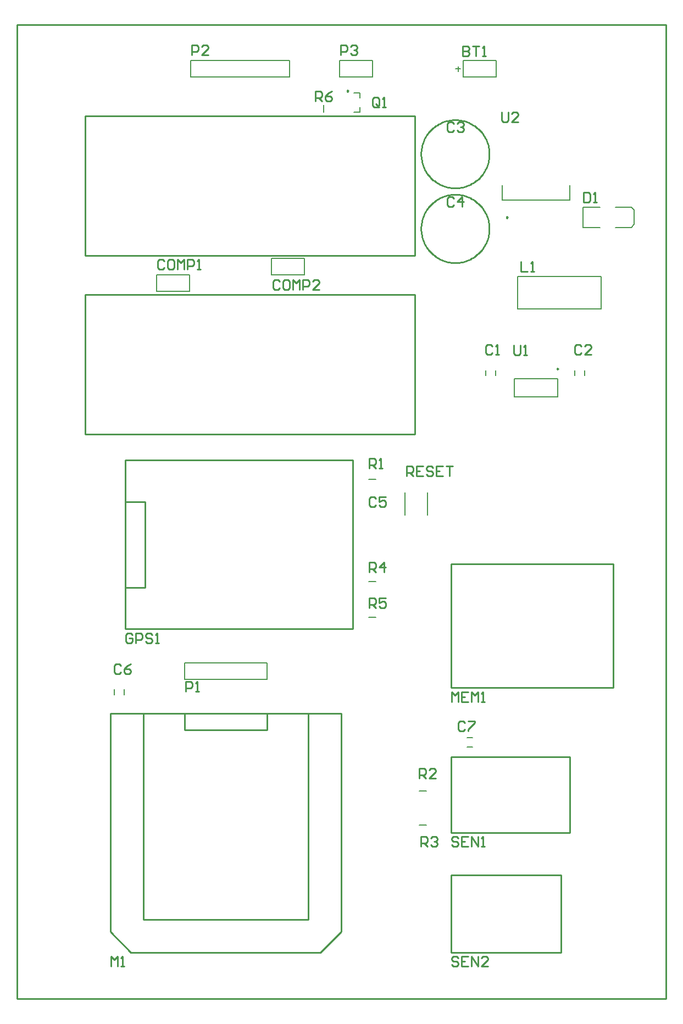
<source format=gto>
G04*
G04 #@! TF.GenerationSoftware,Altium Limited,Altium Designer,18.1.7 (191)*
G04*
G04 Layer_Color=65535*
%FSLAX25Y25*%
%MOIN*%
G70*
G01*
G75*
%ADD10C,0.00984*%
%ADD11C,0.00787*%
%ADD12C,0.01000*%
%ADD13C,0.00591*%
D10*
X201122Y550591D02*
X200384Y551017D01*
Y550164D01*
X201122Y550591D01*
X328445Y381988D02*
X327707Y382415D01*
Y381562D01*
X328445Y381988D01*
X286417Y512303D02*
X286393Y513302D01*
X286321Y514298D01*
X286200Y515290D01*
X286032Y516274D01*
X285817Y517250D01*
X285554Y518213D01*
X285246Y519163D01*
X284891Y520097D01*
X284492Y521013D01*
X284050Y521909D01*
X283564Y522782D01*
X283037Y523630D01*
X282470Y524452D01*
X281863Y525246D01*
X281219Y526009D01*
X280539Y526741D01*
X279824Y527439D01*
X279076Y528101D01*
X278298Y528726D01*
X277489Y529314D01*
X276654Y529861D01*
X275793Y530367D01*
X274908Y530832D01*
X274003Y531253D01*
X273077Y531629D01*
X272135Y531961D01*
X271178Y532246D01*
X270208Y532485D01*
X269228Y532677D01*
X268239Y532822D01*
X267245Y532918D01*
X266247Y532966D01*
X265248D01*
X264251Y532918D01*
X263257Y532822D01*
X262268Y532677D01*
X261288Y532485D01*
X260318Y532246D01*
X259361Y531961D01*
X258418Y531629D01*
X257493Y531253D01*
X256588Y530832D01*
X255703Y530367D01*
X254842Y529861D01*
X254007Y529314D01*
X253198Y528726D01*
X252419Y528101D01*
X251672Y527439D01*
X250957Y526741D01*
X250277Y526009D01*
X249633Y525246D01*
X249026Y524452D01*
X248459Y523630D01*
X247932Y522782D01*
X247446Y521909D01*
X247004Y521013D01*
X246605Y520097D01*
X246250Y519163D01*
X245942Y518213D01*
X245679Y517250D01*
X245464Y516274D01*
X245296Y515290D01*
X245175Y514298D01*
X245103Y513302D01*
X245079Y512303D01*
X245103Y511305D01*
X245175Y510308D01*
X245296Y509317D01*
X245464Y508332D01*
X245679Y507357D01*
X245942Y506393D01*
X246250Y505443D01*
X246605Y504509D01*
X247004Y503593D01*
X247446Y502698D01*
X247932Y501825D01*
X248459Y500976D01*
X249026Y500154D01*
X249633Y499360D01*
X250277Y498597D01*
X250957Y497865D01*
X251672Y497168D01*
X252419Y496505D01*
X253198Y495880D01*
X254006Y495293D01*
X254842Y494745D01*
X255703Y494239D01*
X256588Y493775D01*
X257493Y493354D01*
X258418Y492977D01*
X259361Y492646D01*
X260318Y492360D01*
X261288Y492121D01*
X262268Y491929D01*
X263257Y491784D01*
X264251Y491688D01*
X265248Y491640D01*
X266247Y491640D01*
X267245Y491688D01*
X268239Y491784D01*
X269228Y491929D01*
X270208Y492121D01*
X271178Y492360D01*
X272135Y492645D01*
X273077Y492977D01*
X274003Y493354D01*
X274908Y493775D01*
X275793Y494239D01*
X276654Y494745D01*
X277489Y495293D01*
X278297Y495880D01*
X279076Y496505D01*
X279824Y497168D01*
X280539Y497865D01*
X281219Y498597D01*
X281863Y499360D01*
X282470Y500154D01*
X283037Y500976D01*
X283564Y501825D01*
X284050Y502698D01*
X284492Y503593D01*
X284891Y504509D01*
X285245Y505443D01*
X285554Y506393D01*
X285817Y507357D01*
X286032Y508332D01*
X286200Y509316D01*
X286321Y510308D01*
X286393Y511304D01*
X286417Y512303D01*
X286417Y467028D02*
X286393Y468026D01*
X286321Y469022D01*
X286200Y470014D01*
X286032Y470999D01*
X285817Y471974D01*
X285554Y472938D01*
X285246Y473888D01*
X284891Y474822D01*
X284492Y475738D01*
X284050Y476633D01*
X283564Y477506D01*
X283037Y478355D01*
X282470Y479177D01*
X281863Y479970D01*
X281219Y480734D01*
X280539Y481465D01*
X279824Y482163D01*
X279076Y482825D01*
X278298Y483451D01*
X277489Y484038D01*
X276654Y484585D01*
X275793Y485092D01*
X274908Y485556D01*
X274003Y485977D01*
X273077Y486354D01*
X272135Y486685D01*
X271178Y486971D01*
X270208Y487210D01*
X269228Y487402D01*
X268239Y487546D01*
X267245Y487642D01*
X266247Y487691D01*
X265248D01*
X264251Y487642D01*
X263257Y487546D01*
X262268Y487402D01*
X261288Y487210D01*
X260318Y486971D01*
X259361Y486685D01*
X258418Y486354D01*
X257493Y485977D01*
X256588Y485556D01*
X255703Y485092D01*
X254842Y484585D01*
X254006Y484038D01*
X253198Y483451D01*
X252419Y482825D01*
X251672Y482163D01*
X250957Y481465D01*
X250277Y480734D01*
X249633Y479970D01*
X249026Y479177D01*
X248459Y478355D01*
X247932Y477506D01*
X247446Y476633D01*
X247004Y475738D01*
X246605Y474822D01*
X246250Y473888D01*
X245942Y472938D01*
X245679Y471974D01*
X245464Y470999D01*
X245296Y470014D01*
X245175Y469022D01*
X245103Y468026D01*
X245079Y467028D01*
X245103Y466029D01*
X245175Y465033D01*
X245296Y464041D01*
X245464Y463056D01*
X245679Y462081D01*
X245942Y461117D01*
X246250Y460167D01*
X246605Y459233D01*
X247004Y458318D01*
X247446Y457422D01*
X247932Y456549D01*
X248459Y455700D01*
X249026Y454878D01*
X249633Y454085D01*
X250277Y453321D01*
X250957Y452590D01*
X251672Y451892D01*
X252419Y451230D01*
X253198Y450604D01*
X254006Y450017D01*
X254842Y449470D01*
X255703Y448963D01*
X256588Y448499D01*
X257493Y448078D01*
X258418Y447701D01*
X259361Y447370D01*
X260318Y447084D01*
X261288Y446845D01*
X262268Y446653D01*
X263257Y446509D01*
X264251Y446413D01*
X265248Y446364D01*
X266247Y446364D01*
X267245Y446413D01*
X268239Y446509D01*
X269228Y446653D01*
X270208Y446845D01*
X271178Y447084D01*
X272135Y447370D01*
X273077Y447701D01*
X274003Y448078D01*
X274908Y448499D01*
X275793Y448963D01*
X276654Y449470D01*
X277489Y450017D01*
X278297Y450604D01*
X279076Y451230D01*
X279824Y451892D01*
X280539Y452590D01*
X281219Y453321D01*
X281863Y454085D01*
X282470Y454878D01*
X283037Y455700D01*
X283564Y456549D01*
X284050Y457422D01*
X284492Y458317D01*
X284891Y459233D01*
X285245Y460167D01*
X285554Y461117D01*
X285817Y462081D01*
X286032Y463056D01*
X286200Y464041D01*
X286321Y465032D01*
X286393Y466029D01*
X286417Y467027D01*
X297638Y473917D02*
X296900Y474344D01*
Y473491D01*
X297638Y473917D01*
D11*
X354346Y428312D02*
Y438155D01*
X303528D02*
X354346D01*
X303528Y418470D02*
Y438155D01*
X304528Y418470D02*
X353346D01*
X354346D02*
Y428312D01*
X303528Y418470D02*
X304528D01*
X353346D02*
X354346D01*
X273031Y152559D02*
X276181D01*
X273031Y158465D02*
X276181D01*
X64961Y184449D02*
Y187599D01*
X59055Y184449D02*
Y187599D01*
X186024Y537641D02*
Y541972D01*
X204272Y549409D02*
X207815D01*
Y546260D02*
Y549409D01*
X204272Y537599D02*
X207815D01*
Y540748D01*
X215630Y558976D02*
Y568976D01*
X195630Y558976D02*
X215630D01*
X195630D02*
Y568976D01*
X215630D01*
X151496Y193819D02*
Y203819D01*
X101496Y193819D02*
X151496D01*
X101496Y203819D02*
X151496D01*
X101496Y193819D02*
Y203819D01*
X301575Y365059D02*
Y376083D01*
X327953Y365059D02*
Y376083D01*
X301575Y365059D02*
X327953D01*
X301575Y376083D02*
X327953D01*
X343307Y467815D02*
Y480020D01*
X372638Y467815D02*
X374410Y469587D01*
X372638Y480020D02*
X374410Y478248D01*
Y469587D02*
Y478248D01*
X343307Y467815D02*
X353543D01*
X343307Y480020D02*
X353543D01*
X362992D02*
X372638D01*
X362992Y467815D02*
X372638D01*
X213386Y231299D02*
X217717D01*
X213386Y252953D02*
X217717D01*
X243898Y105315D02*
X248228D01*
X243898Y125984D02*
X248228D01*
X213386Y314961D02*
X217717D01*
X290512Y558977D02*
Y568976D01*
X270512Y558977D02*
X290512D01*
X270512D02*
Y568976D01*
X290512D01*
X105433Y558977D02*
X165433D01*
X105433Y568976D02*
X165433D01*
X105433Y558977D02*
Y568976D01*
X165433Y558977D02*
Y568976D01*
X249016Y293504D02*
Y306890D01*
X235236Y293504D02*
Y306890D01*
X154291Y448898D02*
X174291D01*
X154291Y438898D02*
Y448898D01*
Y438898D02*
X174291D01*
Y448898D01*
X338386Y377961D02*
Y381110D01*
X344291Y377961D02*
Y381110D01*
X284252Y377961D02*
Y381110D01*
X290158Y377961D02*
Y381110D01*
X294291Y484351D02*
Y493209D01*
Y484351D02*
X335236D01*
Y493209D01*
X104567Y429055D02*
Y439055D01*
X84567Y429055D02*
X104567D01*
X84567D02*
Y439055D01*
X104567D01*
D12*
X361610Y188819D02*
Y263622D01*
X263185D02*
X361610D01*
X263185Y188819D02*
X361610D01*
X263185Y226220D02*
Y263622D01*
Y188819D02*
Y226220D01*
X263213Y100764D02*
Y146764D01*
X335213D01*
Y100764D02*
Y146764D01*
X263213Y100764D02*
X335213D01*
X263154Y27929D02*
X330083D01*
Y74929D01*
X263154Y27929D02*
Y74929D01*
X330083D01*
X101496Y163110D02*
X151496D01*
X101496D02*
Y173110D01*
X151496D01*
Y163110D02*
Y173110D01*
X196496D01*
Y40611D02*
Y173110D01*
X183996Y28111D02*
X196496Y40611D01*
X68996Y28111D02*
X183996D01*
X56496Y40611D02*
X68996Y28111D01*
X56496Y173110D02*
X101496D01*
X56496Y40611D02*
Y173110D01*
X76496Y48110D02*
Y173110D01*
Y48110D02*
X176496D01*
Y173110D01*
X65693Y249433D02*
X77693D01*
X65693Y301433D02*
X77693D01*
Y249433D02*
Y301433D01*
X65693Y224252D02*
Y275433D01*
Y326614D01*
X203488D01*
X65693Y224252D02*
X203488D01*
Y261654D02*
Y289213D01*
Y224252D02*
Y261654D01*
Y319233D02*
Y326614D01*
Y289213D02*
Y308406D01*
Y319233D01*
X41339Y427166D02*
X241142D01*
X41339Y342520D02*
Y427166D01*
Y342520D02*
X241142D01*
Y427166D01*
X41339Y450788D02*
X241142D01*
X41339D02*
Y535433D01*
X241142D01*
Y450788D02*
Y535433D01*
X0Y0D02*
X393701D01*
X0D02*
Y590551D01*
X393701Y-0D02*
Y590551D01*
X0D02*
X393701D01*
X271555Y167460D02*
X270555Y168460D01*
X268556D01*
X267556Y167460D01*
Y163461D01*
X268556Y162462D01*
X270555D01*
X271555Y163461D01*
X273554Y168460D02*
X277553D01*
Y167460D01*
X273554Y163461D01*
Y162462D01*
X63107Y202120D02*
X62107Y203120D01*
X60108D01*
X59108Y202120D01*
Y198122D01*
X60108Y197122D01*
X62107D01*
X63107Y198122D01*
X69105Y203120D02*
X67105Y202120D01*
X65106Y200121D01*
Y198122D01*
X66106Y197122D01*
X68105D01*
X69105Y198122D01*
Y199121D01*
X68105Y200121D01*
X65106D01*
X181102Y544334D02*
Y550332D01*
X184101D01*
X185101Y549332D01*
Y547333D01*
X184101Y546333D01*
X181102D01*
X183102D02*
X185101Y544334D01*
X191099Y550332D02*
X189100Y549332D01*
X187100Y547333D01*
Y545333D01*
X188100Y544334D01*
X190100D01*
X191099Y545333D01*
Y546333D01*
X190100Y547333D01*
X187100D01*
X219550Y541872D02*
Y545871D01*
X218550Y546871D01*
X216551D01*
X215551Y545871D01*
Y541872D01*
X216551Y540872D01*
X218550D01*
X217551Y542872D02*
X219550Y540872D01*
X218550D02*
X219550Y541872D01*
X221549Y540872D02*
X223549D01*
X222549D01*
Y546871D01*
X221549Y545871D01*
X196227Y572403D02*
Y578401D01*
X199226D01*
X200226Y577402D01*
Y575402D01*
X199226Y574403D01*
X196227D01*
X202225Y577402D02*
X203225Y578401D01*
X205224D01*
X206224Y577402D01*
Y576402D01*
X205224Y575402D01*
X204225D01*
X205224D01*
X206224Y574403D01*
Y573403D01*
X205224Y572403D01*
X203225D01*
X202225Y573403D01*
X102362Y186378D02*
Y192376D01*
X105361D01*
X106361Y191376D01*
Y189377D01*
X105361Y188377D01*
X102362D01*
X108360Y186378D02*
X110360D01*
X109360D01*
Y192376D01*
X108360Y191376D01*
X213584Y237205D02*
Y243203D01*
X216583D01*
X217583Y242203D01*
Y240204D01*
X216583Y239204D01*
X213584D01*
X215583D02*
X217583Y237205D01*
X223581Y243203D02*
X219582D01*
Y240204D01*
X221581Y241204D01*
X222581D01*
X223581Y240204D01*
Y238205D01*
X222581Y237205D01*
X220582D01*
X219582Y238205D01*
X213583Y258858D02*
Y264856D01*
X216582D01*
X217581Y263857D01*
Y261857D01*
X216582Y260858D01*
X213583D01*
X215582D02*
X217581Y258858D01*
X222580D02*
Y264856D01*
X219581Y261857D01*
X223579D01*
X245079Y92520D02*
Y98518D01*
X248078D01*
X249077Y97518D01*
Y95519D01*
X248078Y94519D01*
X245079D01*
X247078D02*
X249077Y92520D01*
X251077Y97518D02*
X252077Y98518D01*
X254076D01*
X255076Y97518D01*
Y96518D01*
X254076Y95519D01*
X253076D01*
X254076D01*
X255076Y94519D01*
Y93519D01*
X254076Y92520D01*
X252077D01*
X251077Y93519D01*
X244094Y133858D02*
Y139856D01*
X247094D01*
X248093Y138857D01*
Y136857D01*
X247094Y135858D01*
X244094D01*
X246094D02*
X248093Y133858D01*
X254091D02*
X250093D01*
X254091Y137857D01*
Y138857D01*
X253092Y139856D01*
X251092D01*
X250093Y138857D01*
X267778Y24683D02*
X266779Y25683D01*
X264779D01*
X263779Y24683D01*
Y23684D01*
X264779Y22684D01*
X266779D01*
X267778Y21684D01*
Y20685D01*
X266779Y19685D01*
X264779D01*
X263779Y20685D01*
X273776Y25683D02*
X269778D01*
Y19685D01*
X273776D01*
X269778Y22684D02*
X271777D01*
X275776Y19685D02*
Y25683D01*
X279774Y19685D01*
Y25683D01*
X285772Y19685D02*
X281774D01*
X285772Y23684D01*
Y24683D01*
X284773Y25683D01*
X282773D01*
X281774Y24683D01*
X267778Y97518D02*
X266779Y98518D01*
X264779D01*
X263779Y97518D01*
Y96518D01*
X264779Y95519D01*
X266779D01*
X267778Y94519D01*
Y93519D01*
X266779Y92520D01*
X264779D01*
X263779Y93519D01*
X273776Y98518D02*
X269778D01*
Y92520D01*
X273776D01*
X269778Y95519D02*
X271777D01*
X275776Y92520D02*
Y98518D01*
X279774Y92520D01*
Y98518D01*
X281774Y92520D02*
X283773D01*
X282773D01*
Y98518D01*
X281774Y97518D01*
X69944Y220550D02*
X68944Y221549D01*
X66944D01*
X65945Y220550D01*
Y216551D01*
X66944Y215551D01*
X68944D01*
X69944Y216551D01*
Y218550D01*
X67944D01*
X71943Y215551D02*
Y221549D01*
X74942D01*
X75942Y220550D01*
Y218550D01*
X74942Y217550D01*
X71943D01*
X81940Y220550D02*
X80940Y221549D01*
X78941D01*
X77941Y220550D01*
Y219550D01*
X78941Y218550D01*
X80940D01*
X81940Y217550D01*
Y216551D01*
X80940Y215551D01*
X78941D01*
X77941Y216551D01*
X83939Y215551D02*
X85938D01*
X84939D01*
Y221549D01*
X83939Y220550D01*
X213583Y321850D02*
Y327848D01*
X216582D01*
X217582Y326849D01*
Y324849D01*
X216582Y323850D01*
X213583D01*
X215582D02*
X217582Y321850D01*
X219581D02*
X221580D01*
X220581D01*
Y327848D01*
X219581Y326849D01*
X217582Y303227D02*
X216582Y304226D01*
X214582D01*
X213583Y303227D01*
Y299228D01*
X214582Y298228D01*
X216582D01*
X217582Y299228D01*
X223580Y304226D02*
X219581D01*
Y301227D01*
X221580Y302227D01*
X222580D01*
X223580Y301227D01*
Y299228D01*
X222580Y298228D01*
X220581D01*
X219581Y299228D01*
X305709Y446943D02*
Y440945D01*
X309707D01*
X311707D02*
X313706D01*
X312707D01*
Y446943D01*
X311707Y445943D01*
X343504Y489010D02*
Y483012D01*
X346503D01*
X347503Y484011D01*
Y488010D01*
X346503Y489010D01*
X343504D01*
X349502Y483012D02*
X351501D01*
X350502D01*
Y489010D01*
X349502Y488010D01*
X264826Y485313D02*
X263826Y486313D01*
X261826Y486313D01*
X260827Y485313D01*
X260827Y481315D01*
X261826Y480315D01*
X263826Y480315D01*
X264826Y481315D01*
X269824Y480315D02*
X269824Y486313D01*
X266825Y483314D01*
X270824Y483314D01*
X264826Y530589D02*
X263826Y531589D01*
X261826D01*
X260827Y530589D01*
Y526590D01*
X261826Y525591D01*
X263826D01*
X264826Y526590D01*
X266825Y530589D02*
X267825Y531589D01*
X269824D01*
X270824Y530589D01*
Y529589D01*
X269824Y528590D01*
X268824D01*
X269824D01*
X270824Y527590D01*
Y526590D01*
X269824Y525591D01*
X267825D01*
X266825Y526590D01*
X342382Y395596D02*
X341383Y396596D01*
X339383D01*
X338384Y395596D01*
Y391597D01*
X339383Y390598D01*
X341383D01*
X342382Y391597D01*
X348380Y390598D02*
X344382D01*
X348380Y394596D01*
Y395596D01*
X347381Y396596D01*
X345381D01*
X344382Y395596D01*
X288230Y395601D02*
X287231Y396600D01*
X285231D01*
X284231Y395601D01*
Y391602D01*
X285231Y390602D01*
X287231D01*
X288230Y391602D01*
X290230Y390602D02*
X292229D01*
X291229D01*
Y396600D01*
X290230Y395601D01*
X293914Y537687D02*
Y532689D01*
X294914Y531689D01*
X296913D01*
X297913Y532689D01*
Y537687D01*
X303911Y531689D02*
X299912D01*
X303911Y535688D01*
Y536688D01*
X302911Y537687D01*
X300912D01*
X299912Y536688D01*
X301378Y396254D02*
Y391256D01*
X302378Y390256D01*
X304377D01*
X305377Y391256D01*
Y396254D01*
X307376Y390256D02*
X309375D01*
X308376D01*
Y396254D01*
X307376Y395254D01*
X236221Y316929D02*
Y322927D01*
X239220D01*
X240219Y321927D01*
Y319928D01*
X239220Y318929D01*
X236221D01*
X238220D02*
X240219Y316929D01*
X246217Y322927D02*
X242219D01*
Y316929D01*
X246217D01*
X242219Y319928D02*
X244218D01*
X252215Y321927D02*
X251216Y322927D01*
X249216D01*
X248217Y321927D01*
Y320928D01*
X249216Y319928D01*
X251216D01*
X252215Y318929D01*
Y317929D01*
X251216Y316929D01*
X249216D01*
X248217Y317929D01*
X258213Y322927D02*
X254215D01*
Y316929D01*
X258213D01*
X254215Y319928D02*
X256214D01*
X260213Y322927D02*
X264212D01*
X262212D01*
Y316929D01*
X106027Y572406D02*
Y578404D01*
X109026D01*
X110026Y577405D01*
Y575405D01*
X109026Y574406D01*
X106027D01*
X116024Y572406D02*
X112025D01*
X116024Y576405D01*
Y577405D01*
X115024Y578404D01*
X113025D01*
X112025Y577405D01*
X263779Y180118D02*
Y186116D01*
X265779Y184117D01*
X267778Y186116D01*
Y180118D01*
X273776Y186116D02*
X269778D01*
Y180118D01*
X273776D01*
X269778Y183117D02*
X271777D01*
X275776Y180118D02*
Y186116D01*
X277775Y184117D01*
X279774Y186116D01*
Y180118D01*
X281774D02*
X283773D01*
X282773D01*
Y186116D01*
X281774Y185117D01*
X57087Y19685D02*
Y25683D01*
X59086Y23684D01*
X61085Y25683D01*
Y19685D01*
X63085D02*
X65084D01*
X64084D01*
Y25683D01*
X63085Y24683D01*
X159195Y435117D02*
X158196Y436116D01*
X156196D01*
X155197Y435117D01*
Y431118D01*
X156196Y430118D01*
X158196D01*
X159195Y431118D01*
X164194Y436116D02*
X162195D01*
X161195Y435117D01*
Y431118D01*
X162195Y430118D01*
X164194D01*
X165194Y431118D01*
Y435117D01*
X164194Y436116D01*
X167193Y430118D02*
Y436116D01*
X169192Y434117D01*
X171192Y436116D01*
Y430118D01*
X173191D02*
Y436116D01*
X176190D01*
X177190Y435117D01*
Y433117D01*
X176190Y432118D01*
X173191D01*
X183188Y430118D02*
X179189D01*
X183188Y434117D01*
Y435117D01*
X182188Y436116D01*
X180189D01*
X179189Y435117D01*
X89183Y447429D02*
X88183Y448429D01*
X86184D01*
X85184Y447429D01*
Y443430D01*
X86184Y442431D01*
X88183D01*
X89183Y443430D01*
X94181Y448429D02*
X92182D01*
X91182Y447429D01*
Y443430D01*
X92182Y442431D01*
X94181D01*
X95181Y443430D01*
Y447429D01*
X94181Y448429D01*
X97180Y442431D02*
Y448429D01*
X99180Y446429D01*
X101179Y448429D01*
Y442431D01*
X103178D02*
Y448429D01*
X106177D01*
X107177Y447429D01*
Y445430D01*
X106177Y444430D01*
X103178D01*
X109177Y442431D02*
X111176D01*
X110176D01*
Y448429D01*
X109177Y447429D01*
X270366Y577848D02*
Y571850D01*
X273365D01*
X274365Y572850D01*
Y573850D01*
X273365Y574849D01*
X270366D01*
X273365D01*
X274365Y575849D01*
Y576849D01*
X273365Y577848D01*
X270366D01*
X276364D02*
X280363D01*
X278363D01*
Y571850D01*
X282362D02*
X284362D01*
X283362D01*
Y577848D01*
X282362Y576849D01*
D13*
X266063Y563968D02*
X269080D01*
X267572Y565477D02*
Y562459D01*
M02*

</source>
